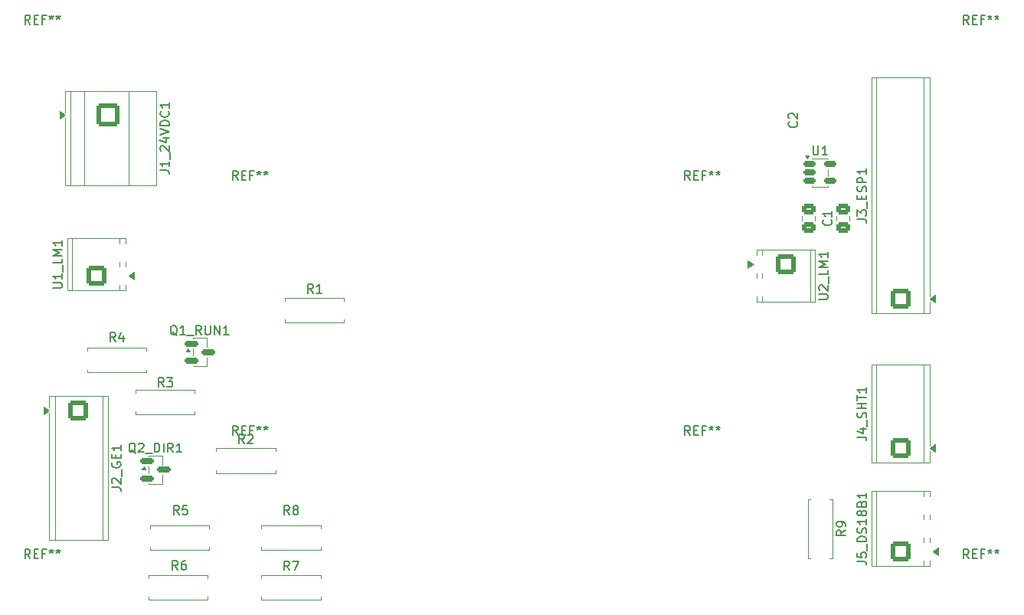
<source format=gto>
%TF.GenerationSoftware,KiCad,Pcbnew,9.0.7*%
%TF.CreationDate,2026-01-11T22:14:01+00:00*%
%TF.ProjectId,ChillerHub,4368696c-6c65-4724-9875-622e6b696361,rev?*%
%TF.SameCoordinates,Original*%
%TF.FileFunction,Legend,Top*%
%TF.FilePolarity,Positive*%
%FSLAX46Y46*%
G04 Gerber Fmt 4.6, Leading zero omitted, Abs format (unit mm)*
G04 Created by KiCad (PCBNEW 9.0.7) date 2026-01-11 22:14:01*
%MOMM*%
%LPD*%
G01*
G04 APERTURE LIST*
G04 Aperture macros list*
%AMRoundRect*
0 Rectangle with rounded corners*
0 $1 Rounding radius*
0 $2 $3 $4 $5 $6 $7 $8 $9 X,Y pos of 4 corners*
0 Add a 4 corners polygon primitive as box body*
4,1,4,$2,$3,$4,$5,$6,$7,$8,$9,$2,$3,0*
0 Add four circle primitives for the rounded corners*
1,1,$1+$1,$2,$3*
1,1,$1+$1,$4,$5*
1,1,$1+$1,$6,$7*
1,1,$1+$1,$8,$9*
0 Add four rect primitives between the rounded corners*
20,1,$1+$1,$2,$3,$4,$5,0*
20,1,$1+$1,$4,$5,$6,$7,0*
20,1,$1+$1,$6,$7,$8,$9,0*
20,1,$1+$1,$8,$9,$2,$3,0*%
G04 Aperture macros list end*
%ADD10C,0.150000*%
%ADD11C,0.120000*%
%ADD12RoundRect,0.249999X-0.850001X0.850001X-0.850001X-0.850001X0.850001X-0.850001X0.850001X0.850001X0*%
%ADD13C,2.200000*%
%ADD14RoundRect,0.249999X0.850001X-0.850001X0.850001X0.850001X-0.850001X0.850001X-0.850001X-0.850001X0*%
%ADD15C,1.100000*%
%ADD16RoundRect,0.250000X0.475000X-0.337500X0.475000X0.337500X-0.475000X0.337500X-0.475000X-0.337500X0*%
%ADD17RoundRect,0.150000X-0.512500X-0.150000X0.512500X-0.150000X0.512500X0.150000X-0.512500X0.150000X0*%
%ADD18C,3.200000*%
%ADD19C,1.600000*%
%ADD20RoundRect,0.150000X-0.587500X-0.150000X0.587500X-0.150000X0.587500X0.150000X-0.587500X0.150000X0*%
%ADD21RoundRect,0.250000X-1.050000X1.050000X-1.050000X-1.050000X1.050000X-1.050000X1.050000X1.050000X0*%
%ADD22C,2.600000*%
G04 APERTURE END LIST*
D10*
X79174819Y-122412857D02*
X79889104Y-122412857D01*
X79889104Y-122412857D02*
X80031961Y-122460476D01*
X80031961Y-122460476D02*
X80127200Y-122555714D01*
X80127200Y-122555714D02*
X80174819Y-122698571D01*
X80174819Y-122698571D02*
X80174819Y-122793809D01*
X79270057Y-121984285D02*
X79222438Y-121936666D01*
X79222438Y-121936666D02*
X79174819Y-121841428D01*
X79174819Y-121841428D02*
X79174819Y-121603333D01*
X79174819Y-121603333D02*
X79222438Y-121508095D01*
X79222438Y-121508095D02*
X79270057Y-121460476D01*
X79270057Y-121460476D02*
X79365295Y-121412857D01*
X79365295Y-121412857D02*
X79460533Y-121412857D01*
X79460533Y-121412857D02*
X79603390Y-121460476D01*
X79603390Y-121460476D02*
X80174819Y-122031904D01*
X80174819Y-122031904D02*
X80174819Y-121412857D01*
X80270057Y-121222381D02*
X80270057Y-120460476D01*
X79222438Y-119698571D02*
X79174819Y-119793809D01*
X79174819Y-119793809D02*
X79174819Y-119936666D01*
X79174819Y-119936666D02*
X79222438Y-120079523D01*
X79222438Y-120079523D02*
X79317676Y-120174761D01*
X79317676Y-120174761D02*
X79412914Y-120222380D01*
X79412914Y-120222380D02*
X79603390Y-120269999D01*
X79603390Y-120269999D02*
X79746247Y-120269999D01*
X79746247Y-120269999D02*
X79936723Y-120222380D01*
X79936723Y-120222380D02*
X80031961Y-120174761D01*
X80031961Y-120174761D02*
X80127200Y-120079523D01*
X80127200Y-120079523D02*
X80174819Y-119936666D01*
X80174819Y-119936666D02*
X80174819Y-119841428D01*
X80174819Y-119841428D02*
X80127200Y-119698571D01*
X80127200Y-119698571D02*
X80079580Y-119650952D01*
X80079580Y-119650952D02*
X79746247Y-119650952D01*
X79746247Y-119650952D02*
X79746247Y-119841428D01*
X79651009Y-119222380D02*
X79651009Y-118889047D01*
X80174819Y-118746190D02*
X80174819Y-119222380D01*
X80174819Y-119222380D02*
X79174819Y-119222380D01*
X79174819Y-119222380D02*
X79174819Y-118746190D01*
X80174819Y-117793809D02*
X80174819Y-118365237D01*
X80174819Y-118079523D02*
X79174819Y-118079523D01*
X79174819Y-118079523D02*
X79317676Y-118174761D01*
X79317676Y-118174761D02*
X79412914Y-118269999D01*
X79412914Y-118269999D02*
X79460533Y-118365237D01*
X161604819Y-92789047D02*
X162319104Y-92789047D01*
X162319104Y-92789047D02*
X162461961Y-92836666D01*
X162461961Y-92836666D02*
X162557200Y-92931904D01*
X162557200Y-92931904D02*
X162604819Y-93074761D01*
X162604819Y-93074761D02*
X162604819Y-93169999D01*
X161604819Y-92408094D02*
X161604819Y-91789047D01*
X161604819Y-91789047D02*
X161985771Y-92122380D01*
X161985771Y-92122380D02*
X161985771Y-91979523D01*
X161985771Y-91979523D02*
X162033390Y-91884285D01*
X162033390Y-91884285D02*
X162081009Y-91836666D01*
X162081009Y-91836666D02*
X162176247Y-91789047D01*
X162176247Y-91789047D02*
X162414342Y-91789047D01*
X162414342Y-91789047D02*
X162509580Y-91836666D01*
X162509580Y-91836666D02*
X162557200Y-91884285D01*
X162557200Y-91884285D02*
X162604819Y-91979523D01*
X162604819Y-91979523D02*
X162604819Y-92265237D01*
X162604819Y-92265237D02*
X162557200Y-92360475D01*
X162557200Y-92360475D02*
X162509580Y-92408094D01*
X162700057Y-91598571D02*
X162700057Y-90836666D01*
X162081009Y-90598570D02*
X162081009Y-90265237D01*
X162604819Y-90122380D02*
X162604819Y-90598570D01*
X162604819Y-90598570D02*
X161604819Y-90598570D01*
X161604819Y-90598570D02*
X161604819Y-90122380D01*
X162557200Y-89741427D02*
X162604819Y-89598570D01*
X162604819Y-89598570D02*
X162604819Y-89360475D01*
X162604819Y-89360475D02*
X162557200Y-89265237D01*
X162557200Y-89265237D02*
X162509580Y-89217618D01*
X162509580Y-89217618D02*
X162414342Y-89169999D01*
X162414342Y-89169999D02*
X162319104Y-89169999D01*
X162319104Y-89169999D02*
X162223866Y-89217618D01*
X162223866Y-89217618D02*
X162176247Y-89265237D01*
X162176247Y-89265237D02*
X162128628Y-89360475D01*
X162128628Y-89360475D02*
X162081009Y-89550951D01*
X162081009Y-89550951D02*
X162033390Y-89646189D01*
X162033390Y-89646189D02*
X161985771Y-89693808D01*
X161985771Y-89693808D02*
X161890533Y-89741427D01*
X161890533Y-89741427D02*
X161795295Y-89741427D01*
X161795295Y-89741427D02*
X161700057Y-89693808D01*
X161700057Y-89693808D02*
X161652438Y-89646189D01*
X161652438Y-89646189D02*
X161604819Y-89550951D01*
X161604819Y-89550951D02*
X161604819Y-89312856D01*
X161604819Y-89312856D02*
X161652438Y-89169999D01*
X162604819Y-88741427D02*
X161604819Y-88741427D01*
X161604819Y-88741427D02*
X161604819Y-88360475D01*
X161604819Y-88360475D02*
X161652438Y-88265237D01*
X161652438Y-88265237D02*
X161700057Y-88217618D01*
X161700057Y-88217618D02*
X161795295Y-88169999D01*
X161795295Y-88169999D02*
X161938152Y-88169999D01*
X161938152Y-88169999D02*
X162033390Y-88217618D01*
X162033390Y-88217618D02*
X162081009Y-88265237D01*
X162081009Y-88265237D02*
X162128628Y-88360475D01*
X162128628Y-88360475D02*
X162128628Y-88741427D01*
X162604819Y-87217618D02*
X162604819Y-87789046D01*
X162604819Y-87503332D02*
X161604819Y-87503332D01*
X161604819Y-87503332D02*
X161747676Y-87598570D01*
X161747676Y-87598570D02*
X161842914Y-87693808D01*
X161842914Y-87693808D02*
X161890533Y-87789046D01*
X161604819Y-116871428D02*
X162319104Y-116871428D01*
X162319104Y-116871428D02*
X162461961Y-116919047D01*
X162461961Y-116919047D02*
X162557200Y-117014285D01*
X162557200Y-117014285D02*
X162604819Y-117157142D01*
X162604819Y-117157142D02*
X162604819Y-117252380D01*
X161938152Y-115966666D02*
X162604819Y-115966666D01*
X161557200Y-116204761D02*
X162271485Y-116442856D01*
X162271485Y-116442856D02*
X162271485Y-115823809D01*
X162700057Y-115680952D02*
X162700057Y-114919047D01*
X162557200Y-114728570D02*
X162604819Y-114585713D01*
X162604819Y-114585713D02*
X162604819Y-114347618D01*
X162604819Y-114347618D02*
X162557200Y-114252380D01*
X162557200Y-114252380D02*
X162509580Y-114204761D01*
X162509580Y-114204761D02*
X162414342Y-114157142D01*
X162414342Y-114157142D02*
X162319104Y-114157142D01*
X162319104Y-114157142D02*
X162223866Y-114204761D01*
X162223866Y-114204761D02*
X162176247Y-114252380D01*
X162176247Y-114252380D02*
X162128628Y-114347618D01*
X162128628Y-114347618D02*
X162081009Y-114538094D01*
X162081009Y-114538094D02*
X162033390Y-114633332D01*
X162033390Y-114633332D02*
X161985771Y-114680951D01*
X161985771Y-114680951D02*
X161890533Y-114728570D01*
X161890533Y-114728570D02*
X161795295Y-114728570D01*
X161795295Y-114728570D02*
X161700057Y-114680951D01*
X161700057Y-114680951D02*
X161652438Y-114633332D01*
X161652438Y-114633332D02*
X161604819Y-114538094D01*
X161604819Y-114538094D02*
X161604819Y-114299999D01*
X161604819Y-114299999D02*
X161652438Y-114157142D01*
X162604819Y-113728570D02*
X161604819Y-113728570D01*
X162081009Y-113728570D02*
X162081009Y-113157142D01*
X162604819Y-113157142D02*
X161604819Y-113157142D01*
X161604819Y-112823808D02*
X161604819Y-112252380D01*
X162604819Y-112538094D02*
X161604819Y-112538094D01*
X162604819Y-111395237D02*
X162604819Y-111966665D01*
X162604819Y-111680951D02*
X161604819Y-111680951D01*
X161604819Y-111680951D02*
X161747676Y-111776189D01*
X161747676Y-111776189D02*
X161842914Y-111871427D01*
X161842914Y-111871427D02*
X161890533Y-111966665D01*
X161604819Y-130619047D02*
X162319104Y-130619047D01*
X162319104Y-130619047D02*
X162461961Y-130666666D01*
X162461961Y-130666666D02*
X162557200Y-130761904D01*
X162557200Y-130761904D02*
X162604819Y-130904761D01*
X162604819Y-130904761D02*
X162604819Y-130999999D01*
X161604819Y-129666666D02*
X161604819Y-130142856D01*
X161604819Y-130142856D02*
X162081009Y-130190475D01*
X162081009Y-130190475D02*
X162033390Y-130142856D01*
X162033390Y-130142856D02*
X161985771Y-130047618D01*
X161985771Y-130047618D02*
X161985771Y-129809523D01*
X161985771Y-129809523D02*
X162033390Y-129714285D01*
X162033390Y-129714285D02*
X162081009Y-129666666D01*
X162081009Y-129666666D02*
X162176247Y-129619047D01*
X162176247Y-129619047D02*
X162414342Y-129619047D01*
X162414342Y-129619047D02*
X162509580Y-129666666D01*
X162509580Y-129666666D02*
X162557200Y-129714285D01*
X162557200Y-129714285D02*
X162604819Y-129809523D01*
X162604819Y-129809523D02*
X162604819Y-130047618D01*
X162604819Y-130047618D02*
X162557200Y-130142856D01*
X162557200Y-130142856D02*
X162509580Y-130190475D01*
X162700057Y-129428571D02*
X162700057Y-128666666D01*
X162604819Y-128428570D02*
X161604819Y-128428570D01*
X161604819Y-128428570D02*
X161604819Y-128190475D01*
X161604819Y-128190475D02*
X161652438Y-128047618D01*
X161652438Y-128047618D02*
X161747676Y-127952380D01*
X161747676Y-127952380D02*
X161842914Y-127904761D01*
X161842914Y-127904761D02*
X162033390Y-127857142D01*
X162033390Y-127857142D02*
X162176247Y-127857142D01*
X162176247Y-127857142D02*
X162366723Y-127904761D01*
X162366723Y-127904761D02*
X162461961Y-127952380D01*
X162461961Y-127952380D02*
X162557200Y-128047618D01*
X162557200Y-128047618D02*
X162604819Y-128190475D01*
X162604819Y-128190475D02*
X162604819Y-128428570D01*
X162557200Y-127476189D02*
X162604819Y-127333332D01*
X162604819Y-127333332D02*
X162604819Y-127095237D01*
X162604819Y-127095237D02*
X162557200Y-126999999D01*
X162557200Y-126999999D02*
X162509580Y-126952380D01*
X162509580Y-126952380D02*
X162414342Y-126904761D01*
X162414342Y-126904761D02*
X162319104Y-126904761D01*
X162319104Y-126904761D02*
X162223866Y-126952380D01*
X162223866Y-126952380D02*
X162176247Y-126999999D01*
X162176247Y-126999999D02*
X162128628Y-127095237D01*
X162128628Y-127095237D02*
X162081009Y-127285713D01*
X162081009Y-127285713D02*
X162033390Y-127380951D01*
X162033390Y-127380951D02*
X161985771Y-127428570D01*
X161985771Y-127428570D02*
X161890533Y-127476189D01*
X161890533Y-127476189D02*
X161795295Y-127476189D01*
X161795295Y-127476189D02*
X161700057Y-127428570D01*
X161700057Y-127428570D02*
X161652438Y-127380951D01*
X161652438Y-127380951D02*
X161604819Y-127285713D01*
X161604819Y-127285713D02*
X161604819Y-127047618D01*
X161604819Y-127047618D02*
X161652438Y-126904761D01*
X162604819Y-125952380D02*
X162604819Y-126523808D01*
X162604819Y-126238094D02*
X161604819Y-126238094D01*
X161604819Y-126238094D02*
X161747676Y-126333332D01*
X161747676Y-126333332D02*
X161842914Y-126428570D01*
X161842914Y-126428570D02*
X161890533Y-126523808D01*
X162033390Y-125380951D02*
X161985771Y-125476189D01*
X161985771Y-125476189D02*
X161938152Y-125523808D01*
X161938152Y-125523808D02*
X161842914Y-125571427D01*
X161842914Y-125571427D02*
X161795295Y-125571427D01*
X161795295Y-125571427D02*
X161700057Y-125523808D01*
X161700057Y-125523808D02*
X161652438Y-125476189D01*
X161652438Y-125476189D02*
X161604819Y-125380951D01*
X161604819Y-125380951D02*
X161604819Y-125190475D01*
X161604819Y-125190475D02*
X161652438Y-125095237D01*
X161652438Y-125095237D02*
X161700057Y-125047618D01*
X161700057Y-125047618D02*
X161795295Y-124999999D01*
X161795295Y-124999999D02*
X161842914Y-124999999D01*
X161842914Y-124999999D02*
X161938152Y-125047618D01*
X161938152Y-125047618D02*
X161985771Y-125095237D01*
X161985771Y-125095237D02*
X162033390Y-125190475D01*
X162033390Y-125190475D02*
X162033390Y-125380951D01*
X162033390Y-125380951D02*
X162081009Y-125476189D01*
X162081009Y-125476189D02*
X162128628Y-125523808D01*
X162128628Y-125523808D02*
X162223866Y-125571427D01*
X162223866Y-125571427D02*
X162414342Y-125571427D01*
X162414342Y-125571427D02*
X162509580Y-125523808D01*
X162509580Y-125523808D02*
X162557200Y-125476189D01*
X162557200Y-125476189D02*
X162604819Y-125380951D01*
X162604819Y-125380951D02*
X162604819Y-125190475D01*
X162604819Y-125190475D02*
X162557200Y-125095237D01*
X162557200Y-125095237D02*
X162509580Y-125047618D01*
X162509580Y-125047618D02*
X162414342Y-124999999D01*
X162414342Y-124999999D02*
X162223866Y-124999999D01*
X162223866Y-124999999D02*
X162128628Y-125047618D01*
X162128628Y-125047618D02*
X162081009Y-125095237D01*
X162081009Y-125095237D02*
X162033390Y-125190475D01*
X162081009Y-124238094D02*
X162128628Y-124095237D01*
X162128628Y-124095237D02*
X162176247Y-124047618D01*
X162176247Y-124047618D02*
X162271485Y-123999999D01*
X162271485Y-123999999D02*
X162414342Y-123999999D01*
X162414342Y-123999999D02*
X162509580Y-124047618D01*
X162509580Y-124047618D02*
X162557200Y-124095237D01*
X162557200Y-124095237D02*
X162604819Y-124190475D01*
X162604819Y-124190475D02*
X162604819Y-124571427D01*
X162604819Y-124571427D02*
X161604819Y-124571427D01*
X161604819Y-124571427D02*
X161604819Y-124238094D01*
X161604819Y-124238094D02*
X161652438Y-124142856D01*
X161652438Y-124142856D02*
X161700057Y-124095237D01*
X161700057Y-124095237D02*
X161795295Y-124047618D01*
X161795295Y-124047618D02*
X161890533Y-124047618D01*
X161890533Y-124047618D02*
X161985771Y-124095237D01*
X161985771Y-124095237D02*
X162033390Y-124142856D01*
X162033390Y-124142856D02*
X162081009Y-124238094D01*
X162081009Y-124238094D02*
X162081009Y-124571427D01*
X162604819Y-123047618D02*
X162604819Y-123619046D01*
X162604819Y-123333332D02*
X161604819Y-123333332D01*
X161604819Y-123333332D02*
X161747676Y-123428570D01*
X161747676Y-123428570D02*
X161842914Y-123523808D01*
X161842914Y-123523808D02*
X161890533Y-123619046D01*
X158699580Y-92876666D02*
X158747200Y-92924285D01*
X158747200Y-92924285D02*
X158794819Y-93067142D01*
X158794819Y-93067142D02*
X158794819Y-93162380D01*
X158794819Y-93162380D02*
X158747200Y-93305237D01*
X158747200Y-93305237D02*
X158651961Y-93400475D01*
X158651961Y-93400475D02*
X158556723Y-93448094D01*
X158556723Y-93448094D02*
X158366247Y-93495713D01*
X158366247Y-93495713D02*
X158223390Y-93495713D01*
X158223390Y-93495713D02*
X158032914Y-93448094D01*
X158032914Y-93448094D02*
X157937676Y-93400475D01*
X157937676Y-93400475D02*
X157842438Y-93305237D01*
X157842438Y-93305237D02*
X157794819Y-93162380D01*
X157794819Y-93162380D02*
X157794819Y-93067142D01*
X157794819Y-93067142D02*
X157842438Y-92924285D01*
X157842438Y-92924285D02*
X157890057Y-92876666D01*
X158794819Y-91924285D02*
X158794819Y-92495713D01*
X158794819Y-92209999D02*
X157794819Y-92209999D01*
X157794819Y-92209999D02*
X157937676Y-92305237D01*
X157937676Y-92305237D02*
X158032914Y-92400475D01*
X158032914Y-92400475D02*
X158080533Y-92495713D01*
X156718095Y-84684819D02*
X156718095Y-85494342D01*
X156718095Y-85494342D02*
X156765714Y-85589580D01*
X156765714Y-85589580D02*
X156813333Y-85637200D01*
X156813333Y-85637200D02*
X156908571Y-85684819D01*
X156908571Y-85684819D02*
X157099047Y-85684819D01*
X157099047Y-85684819D02*
X157194285Y-85637200D01*
X157194285Y-85637200D02*
X157241904Y-85589580D01*
X157241904Y-85589580D02*
X157289523Y-85494342D01*
X157289523Y-85494342D02*
X157289523Y-84684819D01*
X158289523Y-85684819D02*
X157718095Y-85684819D01*
X158003809Y-85684819D02*
X158003809Y-84684819D01*
X158003809Y-84684819D02*
X157908571Y-84827676D01*
X157908571Y-84827676D02*
X157813333Y-84922914D01*
X157813333Y-84922914D02*
X157718095Y-84970533D01*
X154889580Y-82014166D02*
X154937200Y-82061785D01*
X154937200Y-82061785D02*
X154984819Y-82204642D01*
X154984819Y-82204642D02*
X154984819Y-82299880D01*
X154984819Y-82299880D02*
X154937200Y-82442737D01*
X154937200Y-82442737D02*
X154841961Y-82537975D01*
X154841961Y-82537975D02*
X154746723Y-82585594D01*
X154746723Y-82585594D02*
X154556247Y-82633213D01*
X154556247Y-82633213D02*
X154413390Y-82633213D01*
X154413390Y-82633213D02*
X154222914Y-82585594D01*
X154222914Y-82585594D02*
X154127676Y-82537975D01*
X154127676Y-82537975D02*
X154032438Y-82442737D01*
X154032438Y-82442737D02*
X153984819Y-82299880D01*
X153984819Y-82299880D02*
X153984819Y-82204642D01*
X153984819Y-82204642D02*
X154032438Y-82061785D01*
X154032438Y-82061785D02*
X154080057Y-82014166D01*
X154080057Y-81633213D02*
X154032438Y-81585594D01*
X154032438Y-81585594D02*
X153984819Y-81490356D01*
X153984819Y-81490356D02*
X153984819Y-81252261D01*
X153984819Y-81252261D02*
X154032438Y-81157023D01*
X154032438Y-81157023D02*
X154080057Y-81109404D01*
X154080057Y-81109404D02*
X154175295Y-81061785D01*
X154175295Y-81061785D02*
X154270533Y-81061785D01*
X154270533Y-81061785D02*
X154413390Y-81109404D01*
X154413390Y-81109404D02*
X154984819Y-81680832D01*
X154984819Y-81680832D02*
X154984819Y-81061785D01*
X157344819Y-101655237D02*
X158154342Y-101655237D01*
X158154342Y-101655237D02*
X158249580Y-101607618D01*
X158249580Y-101607618D02*
X158297200Y-101559999D01*
X158297200Y-101559999D02*
X158344819Y-101464761D01*
X158344819Y-101464761D02*
X158344819Y-101274285D01*
X158344819Y-101274285D02*
X158297200Y-101179047D01*
X158297200Y-101179047D02*
X158249580Y-101131428D01*
X158249580Y-101131428D02*
X158154342Y-101083809D01*
X158154342Y-101083809D02*
X157344819Y-101083809D01*
X157440057Y-100655237D02*
X157392438Y-100607618D01*
X157392438Y-100607618D02*
X157344819Y-100512380D01*
X157344819Y-100512380D02*
X157344819Y-100274285D01*
X157344819Y-100274285D02*
X157392438Y-100179047D01*
X157392438Y-100179047D02*
X157440057Y-100131428D01*
X157440057Y-100131428D02*
X157535295Y-100083809D01*
X157535295Y-100083809D02*
X157630533Y-100083809D01*
X157630533Y-100083809D02*
X157773390Y-100131428D01*
X157773390Y-100131428D02*
X158344819Y-100702856D01*
X158344819Y-100702856D02*
X158344819Y-100083809D01*
X158440057Y-99893333D02*
X158440057Y-99131428D01*
X158344819Y-98417142D02*
X158344819Y-98893332D01*
X158344819Y-98893332D02*
X157344819Y-98893332D01*
X158344819Y-98083808D02*
X157344819Y-98083808D01*
X157344819Y-98083808D02*
X158059104Y-97750475D01*
X158059104Y-97750475D02*
X157344819Y-97417142D01*
X157344819Y-97417142D02*
X158344819Y-97417142D01*
X158344819Y-96417142D02*
X158344819Y-96988570D01*
X158344819Y-96702856D02*
X157344819Y-96702856D01*
X157344819Y-96702856D02*
X157487676Y-96798094D01*
X157487676Y-96798094D02*
X157582914Y-96893332D01*
X157582914Y-96893332D02*
X157630533Y-96988570D01*
X173926666Y-71234819D02*
X173593333Y-70758628D01*
X173355238Y-71234819D02*
X173355238Y-70234819D01*
X173355238Y-70234819D02*
X173736190Y-70234819D01*
X173736190Y-70234819D02*
X173831428Y-70282438D01*
X173831428Y-70282438D02*
X173879047Y-70330057D01*
X173879047Y-70330057D02*
X173926666Y-70425295D01*
X173926666Y-70425295D02*
X173926666Y-70568152D01*
X173926666Y-70568152D02*
X173879047Y-70663390D01*
X173879047Y-70663390D02*
X173831428Y-70711009D01*
X173831428Y-70711009D02*
X173736190Y-70758628D01*
X173736190Y-70758628D02*
X173355238Y-70758628D01*
X174355238Y-70711009D02*
X174688571Y-70711009D01*
X174831428Y-71234819D02*
X174355238Y-71234819D01*
X174355238Y-71234819D02*
X174355238Y-70234819D01*
X174355238Y-70234819D02*
X174831428Y-70234819D01*
X175593333Y-70711009D02*
X175260000Y-70711009D01*
X175260000Y-71234819D02*
X175260000Y-70234819D01*
X175260000Y-70234819D02*
X175736190Y-70234819D01*
X176260000Y-70234819D02*
X176260000Y-70472914D01*
X176021905Y-70377676D02*
X176260000Y-70472914D01*
X176260000Y-70472914D02*
X176498095Y-70377676D01*
X176117143Y-70663390D02*
X176260000Y-70472914D01*
X176260000Y-70472914D02*
X176402857Y-70663390D01*
X177021905Y-70234819D02*
X177021905Y-70472914D01*
X176783810Y-70377676D02*
X177021905Y-70472914D01*
X177021905Y-70472914D02*
X177260000Y-70377676D01*
X176879048Y-70663390D02*
X177021905Y-70472914D01*
X177021905Y-70472914D02*
X177164762Y-70663390D01*
X93114324Y-88442880D02*
X92780991Y-87966689D01*
X92542896Y-88442880D02*
X92542896Y-87442880D01*
X92542896Y-87442880D02*
X92923848Y-87442880D01*
X92923848Y-87442880D02*
X93019086Y-87490499D01*
X93019086Y-87490499D02*
X93066705Y-87538118D01*
X93066705Y-87538118D02*
X93114324Y-87633356D01*
X93114324Y-87633356D02*
X93114324Y-87776213D01*
X93114324Y-87776213D02*
X93066705Y-87871451D01*
X93066705Y-87871451D02*
X93019086Y-87919070D01*
X93019086Y-87919070D02*
X92923848Y-87966689D01*
X92923848Y-87966689D02*
X92542896Y-87966689D01*
X93542896Y-87919070D02*
X93876229Y-87919070D01*
X94019086Y-88442880D02*
X93542896Y-88442880D01*
X93542896Y-88442880D02*
X93542896Y-87442880D01*
X93542896Y-87442880D02*
X94019086Y-87442880D01*
X94780991Y-87919070D02*
X94447658Y-87919070D01*
X94447658Y-88442880D02*
X94447658Y-87442880D01*
X94447658Y-87442880D02*
X94923848Y-87442880D01*
X95447658Y-87442880D02*
X95447658Y-87680975D01*
X95209563Y-87585737D02*
X95447658Y-87680975D01*
X95447658Y-87680975D02*
X95685753Y-87585737D01*
X95304801Y-87871451D02*
X95447658Y-87680975D01*
X95447658Y-87680975D02*
X95590515Y-87871451D01*
X96209563Y-87442880D02*
X96209563Y-87680975D01*
X95971468Y-87585737D02*
X96209563Y-87680975D01*
X96209563Y-87680975D02*
X96447658Y-87585737D01*
X96066706Y-87871451D02*
X96209563Y-87680975D01*
X96209563Y-87680975D02*
X96352420Y-87871451D01*
X143114324Y-88442880D02*
X142780991Y-87966689D01*
X142542896Y-88442880D02*
X142542896Y-87442880D01*
X142542896Y-87442880D02*
X142923848Y-87442880D01*
X142923848Y-87442880D02*
X143019086Y-87490499D01*
X143019086Y-87490499D02*
X143066705Y-87538118D01*
X143066705Y-87538118D02*
X143114324Y-87633356D01*
X143114324Y-87633356D02*
X143114324Y-87776213D01*
X143114324Y-87776213D02*
X143066705Y-87871451D01*
X143066705Y-87871451D02*
X143019086Y-87919070D01*
X143019086Y-87919070D02*
X142923848Y-87966689D01*
X142923848Y-87966689D02*
X142542896Y-87966689D01*
X143542896Y-87919070D02*
X143876229Y-87919070D01*
X144019086Y-88442880D02*
X143542896Y-88442880D01*
X143542896Y-88442880D02*
X143542896Y-87442880D01*
X143542896Y-87442880D02*
X144019086Y-87442880D01*
X144780991Y-87919070D02*
X144447658Y-87919070D01*
X144447658Y-88442880D02*
X144447658Y-87442880D01*
X144447658Y-87442880D02*
X144923848Y-87442880D01*
X145447658Y-87442880D02*
X145447658Y-87680975D01*
X145209563Y-87585737D02*
X145447658Y-87680975D01*
X145447658Y-87680975D02*
X145685753Y-87585737D01*
X145304801Y-87871451D02*
X145447658Y-87680975D01*
X145447658Y-87680975D02*
X145590515Y-87871451D01*
X146209563Y-87442880D02*
X146209563Y-87680975D01*
X145971468Y-87585737D02*
X146209563Y-87680975D01*
X146209563Y-87680975D02*
X146447658Y-87585737D01*
X146066706Y-87871451D02*
X146209563Y-87680975D01*
X146209563Y-87680975D02*
X146352420Y-87871451D01*
X143114324Y-116642880D02*
X142780991Y-116166689D01*
X142542896Y-116642880D02*
X142542896Y-115642880D01*
X142542896Y-115642880D02*
X142923848Y-115642880D01*
X142923848Y-115642880D02*
X143019086Y-115690499D01*
X143019086Y-115690499D02*
X143066705Y-115738118D01*
X143066705Y-115738118D02*
X143114324Y-115833356D01*
X143114324Y-115833356D02*
X143114324Y-115976213D01*
X143114324Y-115976213D02*
X143066705Y-116071451D01*
X143066705Y-116071451D02*
X143019086Y-116119070D01*
X143019086Y-116119070D02*
X142923848Y-116166689D01*
X142923848Y-116166689D02*
X142542896Y-116166689D01*
X143542896Y-116119070D02*
X143876229Y-116119070D01*
X144019086Y-116642880D02*
X143542896Y-116642880D01*
X143542896Y-116642880D02*
X143542896Y-115642880D01*
X143542896Y-115642880D02*
X144019086Y-115642880D01*
X144780991Y-116119070D02*
X144447658Y-116119070D01*
X144447658Y-116642880D02*
X144447658Y-115642880D01*
X144447658Y-115642880D02*
X144923848Y-115642880D01*
X145447658Y-115642880D02*
X145447658Y-115880975D01*
X145209563Y-115785737D02*
X145447658Y-115880975D01*
X145447658Y-115880975D02*
X145685753Y-115785737D01*
X145304801Y-116071451D02*
X145447658Y-115880975D01*
X145447658Y-115880975D02*
X145590515Y-116071451D01*
X146209563Y-115642880D02*
X146209563Y-115880975D01*
X145971468Y-115785737D02*
X146209563Y-115880975D01*
X146209563Y-115880975D02*
X146447658Y-115785737D01*
X146066706Y-116071451D02*
X146209563Y-115880975D01*
X146209563Y-115880975D02*
X146352420Y-116071451D01*
X93114324Y-116642880D02*
X92780991Y-116166689D01*
X92542896Y-116642880D02*
X92542896Y-115642880D01*
X92542896Y-115642880D02*
X92923848Y-115642880D01*
X92923848Y-115642880D02*
X93019086Y-115690499D01*
X93019086Y-115690499D02*
X93066705Y-115738118D01*
X93066705Y-115738118D02*
X93114324Y-115833356D01*
X93114324Y-115833356D02*
X93114324Y-115976213D01*
X93114324Y-115976213D02*
X93066705Y-116071451D01*
X93066705Y-116071451D02*
X93019086Y-116119070D01*
X93019086Y-116119070D02*
X92923848Y-116166689D01*
X92923848Y-116166689D02*
X92542896Y-116166689D01*
X93542896Y-116119070D02*
X93876229Y-116119070D01*
X94019086Y-116642880D02*
X93542896Y-116642880D01*
X93542896Y-116642880D02*
X93542896Y-115642880D01*
X93542896Y-115642880D02*
X94019086Y-115642880D01*
X94780991Y-116119070D02*
X94447658Y-116119070D01*
X94447658Y-116642880D02*
X94447658Y-115642880D01*
X94447658Y-115642880D02*
X94923848Y-115642880D01*
X95447658Y-115642880D02*
X95447658Y-115880975D01*
X95209563Y-115785737D02*
X95447658Y-115880975D01*
X95447658Y-115880975D02*
X95685753Y-115785737D01*
X95304801Y-116071451D02*
X95447658Y-115880975D01*
X95447658Y-115880975D02*
X95590515Y-116071451D01*
X96209563Y-115642880D02*
X96209563Y-115880975D01*
X95971468Y-115785737D02*
X96209563Y-115880975D01*
X96209563Y-115880975D02*
X96447658Y-115785737D01*
X96066706Y-116071451D02*
X96209563Y-115880975D01*
X96209563Y-115880975D02*
X96352420Y-116071451D01*
X72704819Y-100385237D02*
X73514342Y-100385237D01*
X73514342Y-100385237D02*
X73609580Y-100337618D01*
X73609580Y-100337618D02*
X73657200Y-100289999D01*
X73657200Y-100289999D02*
X73704819Y-100194761D01*
X73704819Y-100194761D02*
X73704819Y-100004285D01*
X73704819Y-100004285D02*
X73657200Y-99909047D01*
X73657200Y-99909047D02*
X73609580Y-99861428D01*
X73609580Y-99861428D02*
X73514342Y-99813809D01*
X73514342Y-99813809D02*
X72704819Y-99813809D01*
X73704819Y-98813809D02*
X73704819Y-99385237D01*
X73704819Y-99099523D02*
X72704819Y-99099523D01*
X72704819Y-99099523D02*
X72847676Y-99194761D01*
X72847676Y-99194761D02*
X72942914Y-99289999D01*
X72942914Y-99289999D02*
X72990533Y-99385237D01*
X73800057Y-98623333D02*
X73800057Y-97861428D01*
X73704819Y-97147142D02*
X73704819Y-97623332D01*
X73704819Y-97623332D02*
X72704819Y-97623332D01*
X73704819Y-96813808D02*
X72704819Y-96813808D01*
X72704819Y-96813808D02*
X73419104Y-96480475D01*
X73419104Y-96480475D02*
X72704819Y-96147142D01*
X72704819Y-96147142D02*
X73704819Y-96147142D01*
X73704819Y-95147142D02*
X73704819Y-95718570D01*
X73704819Y-95432856D02*
X72704819Y-95432856D01*
X72704819Y-95432856D02*
X72847676Y-95528094D01*
X72847676Y-95528094D02*
X72942914Y-95623332D01*
X72942914Y-95623332D02*
X72990533Y-95718570D01*
X160304819Y-127166666D02*
X159828628Y-127499999D01*
X160304819Y-127738094D02*
X159304819Y-127738094D01*
X159304819Y-127738094D02*
X159304819Y-127357142D01*
X159304819Y-127357142D02*
X159352438Y-127261904D01*
X159352438Y-127261904D02*
X159400057Y-127214285D01*
X159400057Y-127214285D02*
X159495295Y-127166666D01*
X159495295Y-127166666D02*
X159638152Y-127166666D01*
X159638152Y-127166666D02*
X159733390Y-127214285D01*
X159733390Y-127214285D02*
X159781009Y-127261904D01*
X159781009Y-127261904D02*
X159828628Y-127357142D01*
X159828628Y-127357142D02*
X159828628Y-127738094D01*
X160304819Y-126690475D02*
X160304819Y-126499999D01*
X160304819Y-126499999D02*
X160257200Y-126404761D01*
X160257200Y-126404761D02*
X160209580Y-126357142D01*
X160209580Y-126357142D02*
X160066723Y-126261904D01*
X160066723Y-126261904D02*
X159876247Y-126214285D01*
X159876247Y-126214285D02*
X159495295Y-126214285D01*
X159495295Y-126214285D02*
X159400057Y-126261904D01*
X159400057Y-126261904D02*
X159352438Y-126309523D01*
X159352438Y-126309523D02*
X159304819Y-126404761D01*
X159304819Y-126404761D02*
X159304819Y-126595237D01*
X159304819Y-126595237D02*
X159352438Y-126690475D01*
X159352438Y-126690475D02*
X159400057Y-126738094D01*
X159400057Y-126738094D02*
X159495295Y-126785713D01*
X159495295Y-126785713D02*
X159733390Y-126785713D01*
X159733390Y-126785713D02*
X159828628Y-126738094D01*
X159828628Y-126738094D02*
X159876247Y-126690475D01*
X159876247Y-126690475D02*
X159923866Y-126595237D01*
X159923866Y-126595237D02*
X159923866Y-126404761D01*
X159923866Y-126404761D02*
X159876247Y-126309523D01*
X159876247Y-126309523D02*
X159828628Y-126261904D01*
X159828628Y-126261904D02*
X159733390Y-126214285D01*
X101433333Y-100954819D02*
X101100000Y-100478628D01*
X100861905Y-100954819D02*
X100861905Y-99954819D01*
X100861905Y-99954819D02*
X101242857Y-99954819D01*
X101242857Y-99954819D02*
X101338095Y-100002438D01*
X101338095Y-100002438D02*
X101385714Y-100050057D01*
X101385714Y-100050057D02*
X101433333Y-100145295D01*
X101433333Y-100145295D02*
X101433333Y-100288152D01*
X101433333Y-100288152D02*
X101385714Y-100383390D01*
X101385714Y-100383390D02*
X101338095Y-100431009D01*
X101338095Y-100431009D02*
X101242857Y-100478628D01*
X101242857Y-100478628D02*
X100861905Y-100478628D01*
X102385714Y-100954819D02*
X101814286Y-100954819D01*
X102100000Y-100954819D02*
X102100000Y-99954819D01*
X102100000Y-99954819D02*
X102004762Y-100097676D01*
X102004762Y-100097676D02*
X101909524Y-100192914D01*
X101909524Y-100192914D02*
X101814286Y-100240533D01*
X70166666Y-130304819D02*
X69833333Y-129828628D01*
X69595238Y-130304819D02*
X69595238Y-129304819D01*
X69595238Y-129304819D02*
X69976190Y-129304819D01*
X69976190Y-129304819D02*
X70071428Y-129352438D01*
X70071428Y-129352438D02*
X70119047Y-129400057D01*
X70119047Y-129400057D02*
X70166666Y-129495295D01*
X70166666Y-129495295D02*
X70166666Y-129638152D01*
X70166666Y-129638152D02*
X70119047Y-129733390D01*
X70119047Y-129733390D02*
X70071428Y-129781009D01*
X70071428Y-129781009D02*
X69976190Y-129828628D01*
X69976190Y-129828628D02*
X69595238Y-129828628D01*
X70595238Y-129781009D02*
X70928571Y-129781009D01*
X71071428Y-130304819D02*
X70595238Y-130304819D01*
X70595238Y-130304819D02*
X70595238Y-129304819D01*
X70595238Y-129304819D02*
X71071428Y-129304819D01*
X71833333Y-129781009D02*
X71500000Y-129781009D01*
X71500000Y-130304819D02*
X71500000Y-129304819D01*
X71500000Y-129304819D02*
X71976190Y-129304819D01*
X72500000Y-129304819D02*
X72500000Y-129542914D01*
X72261905Y-129447676D02*
X72500000Y-129542914D01*
X72500000Y-129542914D02*
X72738095Y-129447676D01*
X72357143Y-129733390D02*
X72500000Y-129542914D01*
X72500000Y-129542914D02*
X72642857Y-129733390D01*
X73261905Y-129304819D02*
X73261905Y-129542914D01*
X73023810Y-129447676D02*
X73261905Y-129542914D01*
X73261905Y-129542914D02*
X73500000Y-129447676D01*
X73119048Y-129733390D02*
X73261905Y-129542914D01*
X73261905Y-129542914D02*
X73404762Y-129733390D01*
X70166666Y-71234819D02*
X69833333Y-70758628D01*
X69595238Y-71234819D02*
X69595238Y-70234819D01*
X69595238Y-70234819D02*
X69976190Y-70234819D01*
X69976190Y-70234819D02*
X70071428Y-70282438D01*
X70071428Y-70282438D02*
X70119047Y-70330057D01*
X70119047Y-70330057D02*
X70166666Y-70425295D01*
X70166666Y-70425295D02*
X70166666Y-70568152D01*
X70166666Y-70568152D02*
X70119047Y-70663390D01*
X70119047Y-70663390D02*
X70071428Y-70711009D01*
X70071428Y-70711009D02*
X69976190Y-70758628D01*
X69976190Y-70758628D02*
X69595238Y-70758628D01*
X70595238Y-70711009D02*
X70928571Y-70711009D01*
X71071428Y-71234819D02*
X70595238Y-71234819D01*
X70595238Y-71234819D02*
X70595238Y-70234819D01*
X70595238Y-70234819D02*
X71071428Y-70234819D01*
X71833333Y-70711009D02*
X71500000Y-70711009D01*
X71500000Y-71234819D02*
X71500000Y-70234819D01*
X71500000Y-70234819D02*
X71976190Y-70234819D01*
X72500000Y-70234819D02*
X72500000Y-70472914D01*
X72261905Y-70377676D02*
X72500000Y-70472914D01*
X72500000Y-70472914D02*
X72738095Y-70377676D01*
X72357143Y-70663390D02*
X72500000Y-70472914D01*
X72500000Y-70472914D02*
X72642857Y-70663390D01*
X73261905Y-70234819D02*
X73261905Y-70472914D01*
X73023810Y-70377676D02*
X73261905Y-70472914D01*
X73261905Y-70472914D02*
X73500000Y-70377676D01*
X73119048Y-70663390D02*
X73261905Y-70472914D01*
X73261905Y-70472914D02*
X73404762Y-70663390D01*
X173926666Y-130304819D02*
X173593333Y-129828628D01*
X173355238Y-130304819D02*
X173355238Y-129304819D01*
X173355238Y-129304819D02*
X173736190Y-129304819D01*
X173736190Y-129304819D02*
X173831428Y-129352438D01*
X173831428Y-129352438D02*
X173879047Y-129400057D01*
X173879047Y-129400057D02*
X173926666Y-129495295D01*
X173926666Y-129495295D02*
X173926666Y-129638152D01*
X173926666Y-129638152D02*
X173879047Y-129733390D01*
X173879047Y-129733390D02*
X173831428Y-129781009D01*
X173831428Y-129781009D02*
X173736190Y-129828628D01*
X173736190Y-129828628D02*
X173355238Y-129828628D01*
X174355238Y-129781009D02*
X174688571Y-129781009D01*
X174831428Y-130304819D02*
X174355238Y-130304819D01*
X174355238Y-130304819D02*
X174355238Y-129304819D01*
X174355238Y-129304819D02*
X174831428Y-129304819D01*
X175593333Y-129781009D02*
X175260000Y-129781009D01*
X175260000Y-130304819D02*
X175260000Y-129304819D01*
X175260000Y-129304819D02*
X175736190Y-129304819D01*
X176260000Y-129304819D02*
X176260000Y-129542914D01*
X176021905Y-129447676D02*
X176260000Y-129542914D01*
X176260000Y-129542914D02*
X176498095Y-129447676D01*
X176117143Y-129733390D02*
X176260000Y-129542914D01*
X176260000Y-129542914D02*
X176402857Y-129733390D01*
X177021905Y-129304819D02*
X177021905Y-129542914D01*
X176783810Y-129447676D02*
X177021905Y-129542914D01*
X177021905Y-129542914D02*
X177260000Y-129447676D01*
X176879048Y-129733390D02*
X177021905Y-129542914D01*
X177021905Y-129542914D02*
X177164762Y-129733390D01*
X86399999Y-105650057D02*
X86304761Y-105602438D01*
X86304761Y-105602438D02*
X86209523Y-105507200D01*
X86209523Y-105507200D02*
X86066666Y-105364342D01*
X86066666Y-105364342D02*
X85971428Y-105316723D01*
X85971428Y-105316723D02*
X85876190Y-105316723D01*
X85923809Y-105554819D02*
X85828571Y-105507200D01*
X85828571Y-105507200D02*
X85733333Y-105411961D01*
X85733333Y-105411961D02*
X85685714Y-105221485D01*
X85685714Y-105221485D02*
X85685714Y-104888152D01*
X85685714Y-104888152D02*
X85733333Y-104697676D01*
X85733333Y-104697676D02*
X85828571Y-104602438D01*
X85828571Y-104602438D02*
X85923809Y-104554819D01*
X85923809Y-104554819D02*
X86114285Y-104554819D01*
X86114285Y-104554819D02*
X86209523Y-104602438D01*
X86209523Y-104602438D02*
X86304761Y-104697676D01*
X86304761Y-104697676D02*
X86352380Y-104888152D01*
X86352380Y-104888152D02*
X86352380Y-105221485D01*
X86352380Y-105221485D02*
X86304761Y-105411961D01*
X86304761Y-105411961D02*
X86209523Y-105507200D01*
X86209523Y-105507200D02*
X86114285Y-105554819D01*
X86114285Y-105554819D02*
X85923809Y-105554819D01*
X87304761Y-105554819D02*
X86733333Y-105554819D01*
X87019047Y-105554819D02*
X87019047Y-104554819D01*
X87019047Y-104554819D02*
X86923809Y-104697676D01*
X86923809Y-104697676D02*
X86828571Y-104792914D01*
X86828571Y-104792914D02*
X86733333Y-104840533D01*
X87495238Y-105650057D02*
X88257142Y-105650057D01*
X89066666Y-105554819D02*
X88733333Y-105078628D01*
X88495238Y-105554819D02*
X88495238Y-104554819D01*
X88495238Y-104554819D02*
X88876190Y-104554819D01*
X88876190Y-104554819D02*
X88971428Y-104602438D01*
X88971428Y-104602438D02*
X89019047Y-104650057D01*
X89019047Y-104650057D02*
X89066666Y-104745295D01*
X89066666Y-104745295D02*
X89066666Y-104888152D01*
X89066666Y-104888152D02*
X89019047Y-104983390D01*
X89019047Y-104983390D02*
X88971428Y-105031009D01*
X88971428Y-105031009D02*
X88876190Y-105078628D01*
X88876190Y-105078628D02*
X88495238Y-105078628D01*
X89495238Y-104554819D02*
X89495238Y-105364342D01*
X89495238Y-105364342D02*
X89542857Y-105459580D01*
X89542857Y-105459580D02*
X89590476Y-105507200D01*
X89590476Y-105507200D02*
X89685714Y-105554819D01*
X89685714Y-105554819D02*
X89876190Y-105554819D01*
X89876190Y-105554819D02*
X89971428Y-105507200D01*
X89971428Y-105507200D02*
X90019047Y-105459580D01*
X90019047Y-105459580D02*
X90066666Y-105364342D01*
X90066666Y-105364342D02*
X90066666Y-104554819D01*
X90542857Y-105554819D02*
X90542857Y-104554819D01*
X90542857Y-104554819D02*
X91114285Y-105554819D01*
X91114285Y-105554819D02*
X91114285Y-104554819D01*
X92114285Y-105554819D02*
X91542857Y-105554819D01*
X91828571Y-105554819D02*
X91828571Y-104554819D01*
X91828571Y-104554819D02*
X91733333Y-104697676D01*
X91733333Y-104697676D02*
X91638095Y-104792914D01*
X91638095Y-104792914D02*
X91542857Y-104840533D01*
X86476323Y-131542179D02*
X86142990Y-131065988D01*
X85904895Y-131542179D02*
X85904895Y-130542179D01*
X85904895Y-130542179D02*
X86285847Y-130542179D01*
X86285847Y-130542179D02*
X86381085Y-130589798D01*
X86381085Y-130589798D02*
X86428704Y-130637417D01*
X86428704Y-130637417D02*
X86476323Y-130732655D01*
X86476323Y-130732655D02*
X86476323Y-130875512D01*
X86476323Y-130875512D02*
X86428704Y-130970750D01*
X86428704Y-130970750D02*
X86381085Y-131018369D01*
X86381085Y-131018369D02*
X86285847Y-131065988D01*
X86285847Y-131065988D02*
X85904895Y-131065988D01*
X87333466Y-130542179D02*
X87142990Y-130542179D01*
X87142990Y-130542179D02*
X87047752Y-130589798D01*
X87047752Y-130589798D02*
X87000133Y-130637417D01*
X87000133Y-130637417D02*
X86904895Y-130780274D01*
X86904895Y-130780274D02*
X86857276Y-130970750D01*
X86857276Y-130970750D02*
X86857276Y-131351702D01*
X86857276Y-131351702D02*
X86904895Y-131446940D01*
X86904895Y-131446940D02*
X86952514Y-131494560D01*
X86952514Y-131494560D02*
X87047752Y-131542179D01*
X87047752Y-131542179D02*
X87238228Y-131542179D01*
X87238228Y-131542179D02*
X87333466Y-131494560D01*
X87333466Y-131494560D02*
X87381085Y-131446940D01*
X87381085Y-131446940D02*
X87428704Y-131351702D01*
X87428704Y-131351702D02*
X87428704Y-131113607D01*
X87428704Y-131113607D02*
X87381085Y-131018369D01*
X87381085Y-131018369D02*
X87333466Y-130970750D01*
X87333466Y-130970750D02*
X87238228Y-130923131D01*
X87238228Y-130923131D02*
X87047752Y-130923131D01*
X87047752Y-130923131D02*
X86952514Y-130970750D01*
X86952514Y-130970750D02*
X86904895Y-131018369D01*
X86904895Y-131018369D02*
X86857276Y-131113607D01*
X98833333Y-131584819D02*
X98500000Y-131108628D01*
X98261905Y-131584819D02*
X98261905Y-130584819D01*
X98261905Y-130584819D02*
X98642857Y-130584819D01*
X98642857Y-130584819D02*
X98738095Y-130632438D01*
X98738095Y-130632438D02*
X98785714Y-130680057D01*
X98785714Y-130680057D02*
X98833333Y-130775295D01*
X98833333Y-130775295D02*
X98833333Y-130918152D01*
X98833333Y-130918152D02*
X98785714Y-131013390D01*
X98785714Y-131013390D02*
X98738095Y-131061009D01*
X98738095Y-131061009D02*
X98642857Y-131108628D01*
X98642857Y-131108628D02*
X98261905Y-131108628D01*
X99166667Y-130584819D02*
X99833333Y-130584819D01*
X99833333Y-130584819D02*
X99404762Y-131584819D01*
X93833333Y-117584819D02*
X93500000Y-117108628D01*
X93261905Y-117584819D02*
X93261905Y-116584819D01*
X93261905Y-116584819D02*
X93642857Y-116584819D01*
X93642857Y-116584819D02*
X93738095Y-116632438D01*
X93738095Y-116632438D02*
X93785714Y-116680057D01*
X93785714Y-116680057D02*
X93833333Y-116775295D01*
X93833333Y-116775295D02*
X93833333Y-116918152D01*
X93833333Y-116918152D02*
X93785714Y-117013390D01*
X93785714Y-117013390D02*
X93738095Y-117061009D01*
X93738095Y-117061009D02*
X93642857Y-117108628D01*
X93642857Y-117108628D02*
X93261905Y-117108628D01*
X94214286Y-116680057D02*
X94261905Y-116632438D01*
X94261905Y-116632438D02*
X94357143Y-116584819D01*
X94357143Y-116584819D02*
X94595238Y-116584819D01*
X94595238Y-116584819D02*
X94690476Y-116632438D01*
X94690476Y-116632438D02*
X94738095Y-116680057D01*
X94738095Y-116680057D02*
X94785714Y-116775295D01*
X94785714Y-116775295D02*
X94785714Y-116870533D01*
X94785714Y-116870533D02*
X94738095Y-117013390D01*
X94738095Y-117013390D02*
X94166667Y-117584819D01*
X94166667Y-117584819D02*
X94785714Y-117584819D01*
X84929574Y-111326595D02*
X84596241Y-110850404D01*
X84358146Y-111326595D02*
X84358146Y-110326595D01*
X84358146Y-110326595D02*
X84739098Y-110326595D01*
X84739098Y-110326595D02*
X84834336Y-110374214D01*
X84834336Y-110374214D02*
X84881955Y-110421833D01*
X84881955Y-110421833D02*
X84929574Y-110517071D01*
X84929574Y-110517071D02*
X84929574Y-110659928D01*
X84929574Y-110659928D02*
X84881955Y-110755166D01*
X84881955Y-110755166D02*
X84834336Y-110802785D01*
X84834336Y-110802785D02*
X84739098Y-110850404D01*
X84739098Y-110850404D02*
X84358146Y-110850404D01*
X85262908Y-110326595D02*
X85881955Y-110326595D01*
X85881955Y-110326595D02*
X85548622Y-110707547D01*
X85548622Y-110707547D02*
X85691479Y-110707547D01*
X85691479Y-110707547D02*
X85786717Y-110755166D01*
X85786717Y-110755166D02*
X85834336Y-110802785D01*
X85834336Y-110802785D02*
X85881955Y-110898023D01*
X85881955Y-110898023D02*
X85881955Y-111136118D01*
X85881955Y-111136118D02*
X85834336Y-111231356D01*
X85834336Y-111231356D02*
X85786717Y-111278976D01*
X85786717Y-111278976D02*
X85691479Y-111326595D01*
X85691479Y-111326595D02*
X85405765Y-111326595D01*
X85405765Y-111326595D02*
X85310527Y-111278976D01*
X85310527Y-111278976D02*
X85262908Y-111231356D01*
X98833333Y-125454819D02*
X98500000Y-124978628D01*
X98261905Y-125454819D02*
X98261905Y-124454819D01*
X98261905Y-124454819D02*
X98642857Y-124454819D01*
X98642857Y-124454819D02*
X98738095Y-124502438D01*
X98738095Y-124502438D02*
X98785714Y-124550057D01*
X98785714Y-124550057D02*
X98833333Y-124645295D01*
X98833333Y-124645295D02*
X98833333Y-124788152D01*
X98833333Y-124788152D02*
X98785714Y-124883390D01*
X98785714Y-124883390D02*
X98738095Y-124931009D01*
X98738095Y-124931009D02*
X98642857Y-124978628D01*
X98642857Y-124978628D02*
X98261905Y-124978628D01*
X99404762Y-124883390D02*
X99309524Y-124835771D01*
X99309524Y-124835771D02*
X99261905Y-124788152D01*
X99261905Y-124788152D02*
X99214286Y-124692914D01*
X99214286Y-124692914D02*
X99214286Y-124645295D01*
X99214286Y-124645295D02*
X99261905Y-124550057D01*
X99261905Y-124550057D02*
X99309524Y-124502438D01*
X99309524Y-124502438D02*
X99404762Y-124454819D01*
X99404762Y-124454819D02*
X99595238Y-124454819D01*
X99595238Y-124454819D02*
X99690476Y-124502438D01*
X99690476Y-124502438D02*
X99738095Y-124550057D01*
X99738095Y-124550057D02*
X99785714Y-124645295D01*
X99785714Y-124645295D02*
X99785714Y-124692914D01*
X99785714Y-124692914D02*
X99738095Y-124788152D01*
X99738095Y-124788152D02*
X99690476Y-124835771D01*
X99690476Y-124835771D02*
X99595238Y-124883390D01*
X99595238Y-124883390D02*
X99404762Y-124883390D01*
X99404762Y-124883390D02*
X99309524Y-124931009D01*
X99309524Y-124931009D02*
X99261905Y-124978628D01*
X99261905Y-124978628D02*
X99214286Y-125073866D01*
X99214286Y-125073866D02*
X99214286Y-125264342D01*
X99214286Y-125264342D02*
X99261905Y-125359580D01*
X99261905Y-125359580D02*
X99309524Y-125407200D01*
X99309524Y-125407200D02*
X99404762Y-125454819D01*
X99404762Y-125454819D02*
X99595238Y-125454819D01*
X99595238Y-125454819D02*
X99690476Y-125407200D01*
X99690476Y-125407200D02*
X99738095Y-125359580D01*
X99738095Y-125359580D02*
X99785714Y-125264342D01*
X99785714Y-125264342D02*
X99785714Y-125073866D01*
X99785714Y-125073866D02*
X99738095Y-124978628D01*
X99738095Y-124978628D02*
X99690476Y-124931009D01*
X99690476Y-124931009D02*
X99595238Y-124883390D01*
X84514819Y-87391428D02*
X85229104Y-87391428D01*
X85229104Y-87391428D02*
X85371961Y-87439047D01*
X85371961Y-87439047D02*
X85467200Y-87534285D01*
X85467200Y-87534285D02*
X85514819Y-87677142D01*
X85514819Y-87677142D02*
X85514819Y-87772380D01*
X85514819Y-86391428D02*
X85514819Y-86962856D01*
X85514819Y-86677142D02*
X84514819Y-86677142D01*
X84514819Y-86677142D02*
X84657676Y-86772380D01*
X84657676Y-86772380D02*
X84752914Y-86867618D01*
X84752914Y-86867618D02*
X84800533Y-86962856D01*
X85610057Y-86200952D02*
X85610057Y-85439047D01*
X84610057Y-85248570D02*
X84562438Y-85200951D01*
X84562438Y-85200951D02*
X84514819Y-85105713D01*
X84514819Y-85105713D02*
X84514819Y-84867618D01*
X84514819Y-84867618D02*
X84562438Y-84772380D01*
X84562438Y-84772380D02*
X84610057Y-84724761D01*
X84610057Y-84724761D02*
X84705295Y-84677142D01*
X84705295Y-84677142D02*
X84800533Y-84677142D01*
X84800533Y-84677142D02*
X84943390Y-84724761D01*
X84943390Y-84724761D02*
X85514819Y-85296189D01*
X85514819Y-85296189D02*
X85514819Y-84677142D01*
X84848152Y-83819999D02*
X85514819Y-83819999D01*
X84467200Y-84058094D02*
X85181485Y-84296189D01*
X85181485Y-84296189D02*
X85181485Y-83677142D01*
X84514819Y-83439046D02*
X85514819Y-83105713D01*
X85514819Y-83105713D02*
X84514819Y-82772380D01*
X85514819Y-82439046D02*
X84514819Y-82439046D01*
X84514819Y-82439046D02*
X84514819Y-82200951D01*
X84514819Y-82200951D02*
X84562438Y-82058094D01*
X84562438Y-82058094D02*
X84657676Y-81962856D01*
X84657676Y-81962856D02*
X84752914Y-81915237D01*
X84752914Y-81915237D02*
X84943390Y-81867618D01*
X84943390Y-81867618D02*
X85086247Y-81867618D01*
X85086247Y-81867618D02*
X85276723Y-81915237D01*
X85276723Y-81915237D02*
X85371961Y-81962856D01*
X85371961Y-81962856D02*
X85467200Y-82058094D01*
X85467200Y-82058094D02*
X85514819Y-82200951D01*
X85514819Y-82200951D02*
X85514819Y-82439046D01*
X85419580Y-80867618D02*
X85467200Y-80915237D01*
X85467200Y-80915237D02*
X85514819Y-81058094D01*
X85514819Y-81058094D02*
X85514819Y-81153332D01*
X85514819Y-81153332D02*
X85467200Y-81296189D01*
X85467200Y-81296189D02*
X85371961Y-81391427D01*
X85371961Y-81391427D02*
X85276723Y-81439046D01*
X85276723Y-81439046D02*
X85086247Y-81486665D01*
X85086247Y-81486665D02*
X84943390Y-81486665D01*
X84943390Y-81486665D02*
X84752914Y-81439046D01*
X84752914Y-81439046D02*
X84657676Y-81391427D01*
X84657676Y-81391427D02*
X84562438Y-81296189D01*
X84562438Y-81296189D02*
X84514819Y-81153332D01*
X84514819Y-81153332D02*
X84514819Y-81058094D01*
X84514819Y-81058094D02*
X84562438Y-80915237D01*
X84562438Y-80915237D02*
X84610057Y-80867618D01*
X85514819Y-79915237D02*
X85514819Y-80486665D01*
X85514819Y-80200951D02*
X84514819Y-80200951D01*
X84514819Y-80200951D02*
X84657676Y-80296189D01*
X84657676Y-80296189D02*
X84752914Y-80391427D01*
X84752914Y-80391427D02*
X84800533Y-80486665D01*
X81809523Y-118650057D02*
X81714285Y-118602438D01*
X81714285Y-118602438D02*
X81619047Y-118507200D01*
X81619047Y-118507200D02*
X81476190Y-118364342D01*
X81476190Y-118364342D02*
X81380952Y-118316723D01*
X81380952Y-118316723D02*
X81285714Y-118316723D01*
X81333333Y-118554819D02*
X81238095Y-118507200D01*
X81238095Y-118507200D02*
X81142857Y-118411961D01*
X81142857Y-118411961D02*
X81095238Y-118221485D01*
X81095238Y-118221485D02*
X81095238Y-117888152D01*
X81095238Y-117888152D02*
X81142857Y-117697676D01*
X81142857Y-117697676D02*
X81238095Y-117602438D01*
X81238095Y-117602438D02*
X81333333Y-117554819D01*
X81333333Y-117554819D02*
X81523809Y-117554819D01*
X81523809Y-117554819D02*
X81619047Y-117602438D01*
X81619047Y-117602438D02*
X81714285Y-117697676D01*
X81714285Y-117697676D02*
X81761904Y-117888152D01*
X81761904Y-117888152D02*
X81761904Y-118221485D01*
X81761904Y-118221485D02*
X81714285Y-118411961D01*
X81714285Y-118411961D02*
X81619047Y-118507200D01*
X81619047Y-118507200D02*
X81523809Y-118554819D01*
X81523809Y-118554819D02*
X81333333Y-118554819D01*
X82142857Y-117650057D02*
X82190476Y-117602438D01*
X82190476Y-117602438D02*
X82285714Y-117554819D01*
X82285714Y-117554819D02*
X82523809Y-117554819D01*
X82523809Y-117554819D02*
X82619047Y-117602438D01*
X82619047Y-117602438D02*
X82666666Y-117650057D01*
X82666666Y-117650057D02*
X82714285Y-117745295D01*
X82714285Y-117745295D02*
X82714285Y-117840533D01*
X82714285Y-117840533D02*
X82666666Y-117983390D01*
X82666666Y-117983390D02*
X82095238Y-118554819D01*
X82095238Y-118554819D02*
X82714285Y-118554819D01*
X82904762Y-118650057D02*
X83666666Y-118650057D01*
X83904762Y-118554819D02*
X83904762Y-117554819D01*
X83904762Y-117554819D02*
X84142857Y-117554819D01*
X84142857Y-117554819D02*
X84285714Y-117602438D01*
X84285714Y-117602438D02*
X84380952Y-117697676D01*
X84380952Y-117697676D02*
X84428571Y-117792914D01*
X84428571Y-117792914D02*
X84476190Y-117983390D01*
X84476190Y-117983390D02*
X84476190Y-118126247D01*
X84476190Y-118126247D02*
X84428571Y-118316723D01*
X84428571Y-118316723D02*
X84380952Y-118411961D01*
X84380952Y-118411961D02*
X84285714Y-118507200D01*
X84285714Y-118507200D02*
X84142857Y-118554819D01*
X84142857Y-118554819D02*
X83904762Y-118554819D01*
X84904762Y-118554819D02*
X84904762Y-117554819D01*
X85952380Y-118554819D02*
X85619047Y-118078628D01*
X85380952Y-118554819D02*
X85380952Y-117554819D01*
X85380952Y-117554819D02*
X85761904Y-117554819D01*
X85761904Y-117554819D02*
X85857142Y-117602438D01*
X85857142Y-117602438D02*
X85904761Y-117650057D01*
X85904761Y-117650057D02*
X85952380Y-117745295D01*
X85952380Y-117745295D02*
X85952380Y-117888152D01*
X85952380Y-117888152D02*
X85904761Y-117983390D01*
X85904761Y-117983390D02*
X85857142Y-118031009D01*
X85857142Y-118031009D02*
X85761904Y-118078628D01*
X85761904Y-118078628D02*
X85380952Y-118078628D01*
X86904761Y-118554819D02*
X86333333Y-118554819D01*
X86619047Y-118554819D02*
X86619047Y-117554819D01*
X86619047Y-117554819D02*
X86523809Y-117697676D01*
X86523809Y-117697676D02*
X86428571Y-117792914D01*
X86428571Y-117792914D02*
X86333333Y-117840533D01*
X79596741Y-106329913D02*
X79263408Y-105853722D01*
X79025313Y-106329913D02*
X79025313Y-105329913D01*
X79025313Y-105329913D02*
X79406265Y-105329913D01*
X79406265Y-105329913D02*
X79501503Y-105377532D01*
X79501503Y-105377532D02*
X79549122Y-105425151D01*
X79549122Y-105425151D02*
X79596741Y-105520389D01*
X79596741Y-105520389D02*
X79596741Y-105663246D01*
X79596741Y-105663246D02*
X79549122Y-105758484D01*
X79549122Y-105758484D02*
X79501503Y-105806103D01*
X79501503Y-105806103D02*
X79406265Y-105853722D01*
X79406265Y-105853722D02*
X79025313Y-105853722D01*
X80453884Y-105663246D02*
X80453884Y-106329913D01*
X80215789Y-105282294D02*
X79977694Y-105996579D01*
X79977694Y-105996579D02*
X80596741Y-105996579D01*
X86619711Y-125454819D02*
X86286378Y-124978628D01*
X86048283Y-125454819D02*
X86048283Y-124454819D01*
X86048283Y-124454819D02*
X86429235Y-124454819D01*
X86429235Y-124454819D02*
X86524473Y-124502438D01*
X86524473Y-124502438D02*
X86572092Y-124550057D01*
X86572092Y-124550057D02*
X86619711Y-124645295D01*
X86619711Y-124645295D02*
X86619711Y-124788152D01*
X86619711Y-124788152D02*
X86572092Y-124883390D01*
X86572092Y-124883390D02*
X86524473Y-124931009D01*
X86524473Y-124931009D02*
X86429235Y-124978628D01*
X86429235Y-124978628D02*
X86048283Y-124978628D01*
X87524473Y-124454819D02*
X87048283Y-124454819D01*
X87048283Y-124454819D02*
X87000664Y-124931009D01*
X87000664Y-124931009D02*
X87048283Y-124883390D01*
X87048283Y-124883390D02*
X87143521Y-124835771D01*
X87143521Y-124835771D02*
X87381616Y-124835771D01*
X87381616Y-124835771D02*
X87476854Y-124883390D01*
X87476854Y-124883390D02*
X87524473Y-124931009D01*
X87524473Y-124931009D02*
X87572092Y-125026247D01*
X87572092Y-125026247D02*
X87572092Y-125264342D01*
X87572092Y-125264342D02*
X87524473Y-125359580D01*
X87524473Y-125359580D02*
X87476854Y-125407200D01*
X87476854Y-125407200D02*
X87381616Y-125454819D01*
X87381616Y-125454819D02*
X87143521Y-125454819D01*
X87143521Y-125454819D02*
X87048283Y-125407200D01*
X87048283Y-125407200D02*
X87000664Y-125359580D01*
D11*
%TO.C,J2_GE1*%
X78720000Y-112300000D02*
X78720000Y-128240000D01*
X78200000Y-112300000D02*
X78200000Y-128240000D01*
X72900000Y-112300000D02*
X72900000Y-128240000D01*
X72280000Y-112300000D02*
X78720000Y-112300000D01*
X72280000Y-113620000D02*
X72280000Y-112300000D01*
X78720000Y-128240000D02*
X72280000Y-128240000D01*
X72280000Y-128240000D02*
X72280000Y-114220000D01*
X72280000Y-113920000D02*
X71670000Y-114360000D01*
X71670000Y-113480000D01*
X72280000Y-113920000D01*
G36*
X72280000Y-113920000D02*
G01*
X71670000Y-114360000D01*
X71670000Y-113480000D01*
X72280000Y-113920000D01*
G37*
%TO.C,J3_ESP1*%
X163150000Y-103220000D02*
X163150000Y-77120000D01*
X163670000Y-103220000D02*
X163670000Y-77120000D01*
X168970000Y-103220000D02*
X168970000Y-77120000D01*
X169590000Y-103220000D02*
X163150000Y-103220000D01*
X169590000Y-101900000D02*
X169590000Y-103220000D01*
X163150000Y-77120000D02*
X169590000Y-77120000D01*
X169590000Y-77120000D02*
X169590000Y-101300000D01*
X170200000Y-102040000D02*
X169590000Y-101600000D01*
X170200000Y-101160000D01*
X170200000Y-102040000D01*
G36*
X170200000Y-102040000D02*
G01*
X169590000Y-101600000D01*
X170200000Y-101160000D01*
X170200000Y-102040000D01*
G37*
%TO.C,J4_SHT1*%
X163150000Y-119730000D02*
X163150000Y-108870000D01*
X163670000Y-119730000D02*
X163670000Y-108870000D01*
X168970000Y-119730000D02*
X168970000Y-108870000D01*
X169590000Y-119730000D02*
X163150000Y-119730000D01*
X169590000Y-118410000D02*
X169590000Y-119730000D01*
X163150000Y-108870000D02*
X169590000Y-108870000D01*
X169590000Y-108870000D02*
X169590000Y-117810000D01*
X170200000Y-118550000D02*
X169590000Y-118110000D01*
X170200000Y-117670000D01*
X170200000Y-118550000D01*
G36*
X170200000Y-118550000D02*
G01*
X169590000Y-118110000D01*
X170200000Y-117670000D01*
X170200000Y-118550000D01*
G37*
%TO.C,J5_DS18B1*%
X163150000Y-131160000D02*
X163150000Y-122840000D01*
X163670000Y-131160000D02*
X163670000Y-122840000D01*
X168970000Y-131160000D02*
X168970000Y-130570000D01*
X169590000Y-131160000D02*
X163150000Y-131160000D01*
X169590000Y-130570000D02*
X169590000Y-131160000D01*
X168970000Y-128510000D02*
X168970000Y-128030000D01*
X169590000Y-128030000D02*
X169590000Y-128510000D01*
X168970000Y-125970000D02*
X168970000Y-125490000D01*
X169590000Y-125490000D02*
X169590000Y-125970000D01*
X168970000Y-123430000D02*
X168970000Y-122840000D01*
X163150000Y-122840000D02*
X169590000Y-122840000D01*
X169590000Y-122840000D02*
X169590000Y-123430000D01*
X170550000Y-129980000D02*
X169940000Y-129540000D01*
X170550000Y-129100000D01*
X170550000Y-129980000D01*
G36*
X170550000Y-129980000D02*
G01*
X169940000Y-129540000D01*
X170550000Y-129100000D01*
X170550000Y-129980000D01*
G37*
%TO.C,C1*%
X159285000Y-92971252D02*
X159285000Y-92448748D01*
X160755000Y-92971252D02*
X160755000Y-92448748D01*
%TO.C,U1*%
X156570000Y-86070000D02*
X158390000Y-86070000D01*
X156570000Y-86120000D02*
X156570000Y-86070000D01*
X156570000Y-89190000D02*
X156570000Y-89140000D01*
X158390000Y-86070000D02*
X158390000Y-86120000D01*
X158390000Y-87240000D02*
X158390000Y-88020000D01*
X158390000Y-89140000D02*
X158390000Y-89190000D01*
X158390000Y-89190000D02*
X156570000Y-89190000D01*
X156030000Y-86120000D02*
X155790000Y-85790000D01*
X156270000Y-85790000D01*
X156030000Y-86120000D01*
G36*
X156030000Y-86120000D02*
G01*
X155790000Y-85790000D01*
X156270000Y-85790000D01*
X156030000Y-86120000D01*
G37*
%TO.C,C2*%
X156945000Y-92971252D02*
X156945000Y-92448748D01*
X155475000Y-92971252D02*
X155475000Y-92448748D01*
%TO.C,U2_LM1*%
X150100000Y-97790000D02*
X149490000Y-98230000D01*
X149490000Y-97350000D01*
X150100000Y-97790000D01*
G36*
X150100000Y-97790000D02*
G01*
X149490000Y-98230000D01*
X149490000Y-97350000D01*
X150100000Y-97790000D01*
G37*
X150450000Y-101950000D02*
X150450000Y-101360000D01*
X156890000Y-101950000D02*
X150450000Y-101950000D01*
X151070000Y-101360000D02*
X151070000Y-101950000D01*
X150450000Y-99300000D02*
X150450000Y-98820000D01*
X151070000Y-98820000D02*
X151070000Y-99300000D01*
X150450000Y-96760000D02*
X150450000Y-96170000D01*
X150450000Y-96170000D02*
X156890000Y-96170000D01*
X151070000Y-96170000D02*
X151070000Y-96760000D01*
X156370000Y-96170000D02*
X156370000Y-101950000D01*
X156890000Y-96170000D02*
X156890000Y-101950000D01*
%TO.C,U1_LM1*%
X74250000Y-100680000D02*
X74250000Y-94900000D01*
X74770000Y-100680000D02*
X74770000Y-94900000D01*
X80070000Y-100680000D02*
X80070000Y-100090000D01*
X80690000Y-100680000D02*
X74250000Y-100680000D01*
X80690000Y-100090000D02*
X80690000Y-100680000D01*
X80070000Y-98030000D02*
X80070000Y-97550000D01*
X80690000Y-97550000D02*
X80690000Y-98030000D01*
X80070000Y-95490000D02*
X80070000Y-94900000D01*
X74250000Y-94900000D02*
X80690000Y-94900000D01*
X80690000Y-94900000D02*
X80690000Y-95490000D01*
X81650000Y-99500000D02*
X81040000Y-99060000D01*
X81650000Y-98620000D01*
X81650000Y-99500000D01*
G36*
X81650000Y-99500000D02*
G01*
X81040000Y-99060000D01*
X81650000Y-98620000D01*
X81650000Y-99500000D01*
G37*
%TO.C,R9*%
X158850000Y-130270000D02*
X158520000Y-130270000D01*
X158850000Y-123730000D02*
X158850000Y-130270000D01*
X158520000Y-123730000D02*
X158850000Y-123730000D01*
X156440000Y-123730000D02*
X156110000Y-123730000D01*
X156110000Y-130270000D02*
X156440000Y-130270000D01*
X156110000Y-123730000D02*
X156110000Y-130270000D01*
%TO.C,R1*%
X98330000Y-101500000D02*
X104870000Y-101500000D01*
X98330000Y-101830000D02*
X98330000Y-101500000D01*
X98330000Y-103910000D02*
X98330000Y-104240000D01*
X98330000Y-104240000D02*
X104870000Y-104240000D01*
X104870000Y-101500000D02*
X104870000Y-101830000D01*
X104870000Y-104240000D02*
X104870000Y-103910000D01*
%TO.C,Q1_RUN1*%
X88140000Y-105940000D02*
X89660000Y-105940000D01*
X88140000Y-105990000D02*
X88140000Y-105940000D01*
X88140000Y-107890000D02*
X88140000Y-107110000D01*
X88140000Y-109060000D02*
X88140000Y-109010000D01*
X89660000Y-105940000D02*
X89660000Y-106940000D01*
X89660000Y-108060000D02*
X89660000Y-109060000D01*
X89660000Y-109060000D02*
X88140000Y-109060000D01*
X87840000Y-107450000D02*
X87360000Y-107450000D01*
X87600000Y-107120000D01*
X87840000Y-107450000D01*
G36*
X87840000Y-107450000D02*
G01*
X87360000Y-107450000D01*
X87600000Y-107120000D01*
X87840000Y-107450000D01*
G37*
%TO.C,R6*%
X83230000Y-132130000D02*
X89770000Y-132130000D01*
X83230000Y-132460000D02*
X83230000Y-132130000D01*
X83230000Y-134540000D02*
X83230000Y-134870000D01*
X83230000Y-134870000D02*
X89770000Y-134870000D01*
X89770000Y-132130000D02*
X89770000Y-132460000D01*
X89770000Y-134870000D02*
X89770000Y-134540000D01*
%TO.C,R7*%
X95730000Y-132130000D02*
X102270000Y-132130000D01*
X95730000Y-132460000D02*
X95730000Y-132130000D01*
X95730000Y-134540000D02*
X95730000Y-134870000D01*
X95730000Y-134870000D02*
X102270000Y-134870000D01*
X102270000Y-132130000D02*
X102270000Y-132460000D01*
X102270000Y-134870000D02*
X102270000Y-134540000D01*
%TO.C,R2*%
X90730000Y-118130000D02*
X97270000Y-118130000D01*
X90730000Y-118460000D02*
X90730000Y-118130000D01*
X90730000Y-120540000D02*
X90730000Y-120870000D01*
X90730000Y-120870000D02*
X97270000Y-120870000D01*
X97270000Y-118130000D02*
X97270000Y-118460000D01*
X97270000Y-120870000D02*
X97270000Y-120540000D01*
%TO.C,R3*%
X81820000Y-111630000D02*
X81820000Y-111960000D01*
X81820000Y-114370000D02*
X81820000Y-114040000D01*
X88360000Y-111630000D02*
X81820000Y-111630000D01*
X88360000Y-111960000D02*
X88360000Y-111630000D01*
X88360000Y-114040000D02*
X88360000Y-114370000D01*
X88360000Y-114370000D02*
X81820000Y-114370000D01*
%TO.C,R8*%
X95730000Y-126630000D02*
X95730000Y-126960000D01*
X95730000Y-129370000D02*
X95730000Y-129040000D01*
X102270000Y-126630000D02*
X95730000Y-126630000D01*
X102270000Y-126960000D02*
X102270000Y-126630000D01*
X102270000Y-129040000D02*
X102270000Y-129370000D01*
X102270000Y-129370000D02*
X95730000Y-129370000D01*
%TO.C,J1_24VDC1*%
X74020000Y-78620000D02*
X84060000Y-78620000D01*
X74020000Y-80980000D02*
X74020000Y-78620000D01*
X74020000Y-89020000D02*
X74020000Y-81580000D01*
X74640000Y-78620000D02*
X74640000Y-89020000D01*
X76140000Y-78620000D02*
X76140000Y-89020000D01*
X81040000Y-78620000D02*
X81040000Y-89020000D01*
X84060000Y-78620000D02*
X84060000Y-89020000D01*
X84060000Y-89020000D02*
X74020000Y-89020000D01*
X74020000Y-81280000D02*
X73410000Y-81720000D01*
X73410000Y-80840000D01*
X74020000Y-81280000D01*
G36*
X74020000Y-81280000D02*
G01*
X73410000Y-81720000D01*
X73410000Y-80840000D01*
X74020000Y-81280000D01*
G37*
%TO.C,Q2_DIR1*%
X83240000Y-118940000D02*
X84760000Y-118940000D01*
X83240000Y-118990000D02*
X83240000Y-118940000D01*
X83240000Y-120890000D02*
X83240000Y-120110000D01*
X83240000Y-122060000D02*
X83240000Y-122010000D01*
X84760000Y-118940000D02*
X84760000Y-119940000D01*
X84760000Y-121060000D02*
X84760000Y-122060000D01*
X84760000Y-122060000D02*
X83240000Y-122060000D01*
X82940000Y-120450000D02*
X82460000Y-120450000D01*
X82700000Y-120120000D01*
X82940000Y-120450000D01*
G36*
X82940000Y-120450000D02*
G01*
X82460000Y-120450000D01*
X82700000Y-120120000D01*
X82940000Y-120450000D01*
G37*
%TO.C,R4*%
X76493408Y-107005094D02*
X76493408Y-107335094D01*
X76493408Y-109745094D02*
X76493408Y-109415094D01*
X83033408Y-107005094D02*
X76493408Y-107005094D01*
X83033408Y-107335094D02*
X83033408Y-107005094D01*
X83033408Y-109415094D02*
X83033408Y-109745094D01*
X83033408Y-109745094D02*
X76493408Y-109745094D01*
%TO.C,R5*%
X83420000Y-126630000D02*
X89960000Y-126630000D01*
X83420000Y-126960000D02*
X83420000Y-126630000D01*
X83420000Y-129040000D02*
X83420000Y-129370000D01*
X83420000Y-129370000D02*
X89960000Y-129370000D01*
X89960000Y-126630000D02*
X89960000Y-126960000D01*
X89960000Y-129370000D02*
X89960000Y-129040000D01*
%TD*%
%LPC*%
D12*
%TO.C,J2_GE1*%
X75500000Y-113920000D03*
D13*
X75500000Y-116460000D03*
X75500000Y-119000000D03*
X75500000Y-121540000D03*
X75500000Y-124080000D03*
X75500000Y-126620000D03*
%TD*%
D14*
%TO.C,J3_ESP1*%
X166370000Y-101600000D03*
D13*
X166370000Y-99060000D03*
X166370000Y-96520000D03*
X166370000Y-93980000D03*
X166370000Y-91440000D03*
X166370000Y-88900000D03*
X166370000Y-86360000D03*
X166370000Y-83820000D03*
X166370000Y-81280000D03*
X166370000Y-78740000D03*
%TD*%
D14*
%TO.C,J4_SHT1*%
X166370000Y-118110000D03*
D13*
X166370000Y-115570000D03*
X166370000Y-113030000D03*
X166370000Y-110490000D03*
%TD*%
D15*
%TO.C,J5_DS18B1*%
X168910000Y-129540000D03*
X168910000Y-127000000D03*
X168910000Y-124460000D03*
D14*
X166370000Y-129540000D03*
D13*
X166370000Y-127000000D03*
X166370000Y-124460000D03*
%TD*%
D16*
%TO.C,C1*%
X160020000Y-91672500D03*
X160020000Y-93747500D03*
%TD*%
D17*
%TO.C,U1*%
X156342500Y-86680000D03*
X156342500Y-87630000D03*
X156342500Y-88580000D03*
X158617500Y-88580000D03*
X158617500Y-86680000D03*
%TD*%
D16*
%TO.C,C2*%
X156210000Y-93747500D03*
X156210000Y-91672500D03*
%TD*%
D13*
%TO.C,U2_LM1*%
X153670000Y-100330000D03*
D12*
X153670000Y-97790000D03*
D15*
X151130000Y-100330000D03*
X151130000Y-97790000D03*
%TD*%
D18*
%TO.C,REF\u002A\u002A*%
X175260000Y-74930000D03*
%TD*%
%TO.C,REF\u002A\u002A*%
X94447658Y-83838061D03*
%TD*%
%TO.C,REF\u002A\u002A*%
X144447658Y-83838061D03*
%TD*%
%TO.C,REF\u002A\u002A*%
X144447658Y-112038061D03*
%TD*%
%TO.C,REF\u002A\u002A*%
X94447658Y-112038061D03*
%TD*%
D15*
%TO.C,U1_LM1*%
X80010000Y-99060000D03*
X80010000Y-96520000D03*
D14*
X77470000Y-99060000D03*
D13*
X77470000Y-96520000D03*
%TD*%
D19*
%TO.C,R9*%
X157480000Y-123190000D03*
X157480000Y-130810000D03*
%TD*%
%TO.C,R1*%
X97790000Y-102870000D03*
X105410000Y-102870000D03*
%TD*%
D18*
%TO.C,REF\u002A\u002A*%
X71500000Y-134000000D03*
%TD*%
%TO.C,REF\u002A\u002A*%
X71500000Y-74930000D03*
%TD*%
%TO.C,REF\u002A\u002A*%
X175260000Y-134000000D03*
%TD*%
D20*
%TO.C,Q1_RUN1*%
X87962500Y-106550000D03*
X87962500Y-108450000D03*
X89837500Y-107500000D03*
%TD*%
D19*
%TO.C,R6*%
X82690000Y-133500000D03*
X90310000Y-133500000D03*
%TD*%
%TO.C,R7*%
X95190000Y-133500000D03*
X102810000Y-133500000D03*
%TD*%
%TO.C,R2*%
X90190000Y-119500000D03*
X97810000Y-119500000D03*
%TD*%
%TO.C,R3*%
X88900000Y-113000000D03*
X81280000Y-113000000D03*
%TD*%
%TO.C,R8*%
X102810000Y-128000000D03*
X95190000Y-128000000D03*
%TD*%
D21*
%TO.C,J1_24VDC1*%
X78740000Y-81280000D03*
D22*
X78740000Y-86360000D03*
%TD*%
D20*
%TO.C,Q2_DIR1*%
X83062500Y-119550000D03*
X83062500Y-121450000D03*
X84937500Y-120500000D03*
%TD*%
D19*
%TO.C,R4*%
X83573408Y-108375094D03*
X75953408Y-108375094D03*
%TD*%
%TO.C,R5*%
X82880000Y-128000000D03*
X90500000Y-128000000D03*
%TD*%
%LPD*%
M02*

</source>
